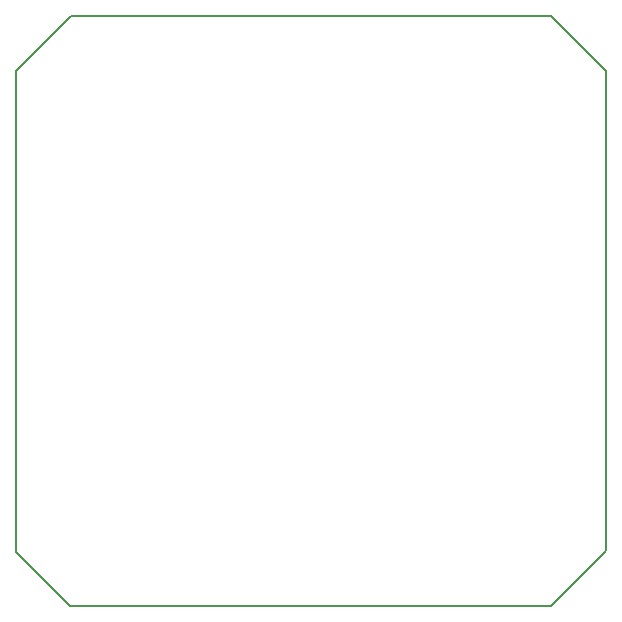
<source format=gko>
G04*
G04 #@! TF.GenerationSoftware,Altium Limited,Altium Designer,20.0.11 (256)*
G04*
G04 Layer_Color=16711935*
%FSLAX25Y25*%
%MOIN*%
G70*
G01*
G75*
%ADD12C,0.00600*%
D12*
X1675Y19700D02*
X19846Y1529D01*
X180000D02*
X198525Y20054D01*
X180254Y198371D02*
X198525Y180100D01*
X180000Y198371D02*
X180254D01*
X1675Y179900D02*
X20146Y198371D01*
X19846Y1529D02*
X180000Y1529D01*
X198525Y20200D02*
Y180100D01*
X20200Y198371D02*
X180000D01*
X1675Y19700D02*
Y179900D01*
M02*

</source>
